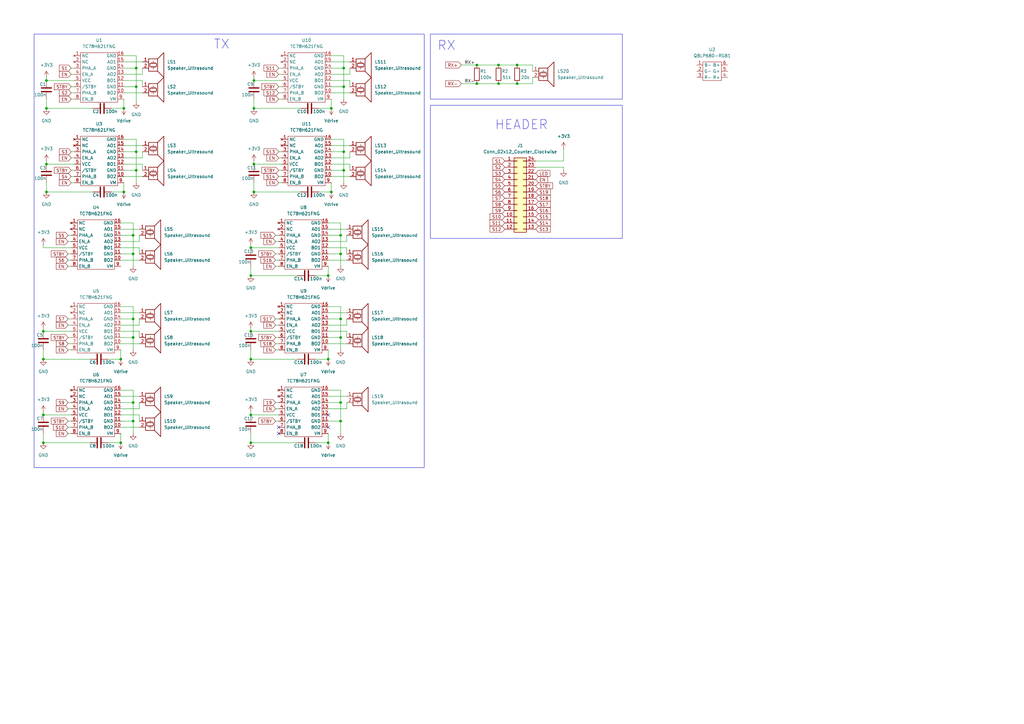
<source format=kicad_sch>
(kicad_sch (version 20250114) (generator "eeschema") (generator_version "9.0")
  (paper "A3")
  (lib_symbols
    (symbol "Connector_Generic:Conn_02x12_Counter_Clockwise" (pin_names (offset 1.016) (hide yes))
      (property "Reference" "J" (at 1.27 15.24 0))
      (property "Value" "Conn_02x12_Counter_Clockwise" (at 1.27 -17.78 0))
      (symbol "Conn_02x12_Counter_Clockwise_1_1"
        (pin passive line (at -5.08 12.7 0) (length 3.81) (name "Pin_1") (number "1"))
        (pin passive line (at -5.08 10.16 0) (length 3.81) (name "Pin_2") (number "2"))
        (pin passive line (at -5.08 7.62 0) (length 3.81) (name "Pin_3") (number "3"))
        (pin passive line (at -5.08 5.08 0) (length 3.81) (name "Pin_4") (number "4"))
        (pin passive line (at -5.08 2.54 0) (length 3.81) (name "Pin_5") (number "5"))
        (pin passive line (at -5.08 0 0) (length 3.81) (name "Pin_6") (number "6"))
        (pin passive line (at -5.08 -2.54 0) (length 3.81) (name "Pin_7") (number "7"))
        (pin passive line (at -5.08 -5.08 0) (length 3.81) (name "Pin_8") (number "8"))
        (pin passive line (at -5.08 -7.62 0) (length 3.81) (name "Pin_9") (number "9"))
        (pin passive line (at -5.08 -10.16 0) (length 3.81) (name "Pin_10") (number "10"))
        (pin passive line (at -5.08 -12.7 0) (length 3.81) (name "Pin_11") (number "11"))
        (pin passive line (at -5.08 -15.24 0) (length 3.81) (name "Pin_12") (number "12"))
        (pin passive line (at 7.62 12.7 180) (length 3.81) (name "Pin_24") (number "24"))
        (pin passive line (at 7.62 10.16 180) (length 3.81) (name "Pin_23") (number "23"))
        (pin passive line (at 7.62 7.62 180) (length 3.81) (name "Pin_22") (number "22"))
        (pin passive line (at 7.62 5.08 180) (length 3.81) (name "Pin_21") (number "21"))
        (pin passive line (at 7.62 2.54 180) (length 3.81) (name "Pin_20") (number "20"))
        (pin passive line (at 7.62 0 180) (length 3.81) (name "Pin_19") (number "19"))
        (pin passive line (at 7.62 -2.54 180) (length 3.81) (name "Pin_18") (number "18"))
        (pin passive line (at 7.62 -5.08 180) (length 3.81) (name "Pin_17") (number "17"))
        (pin passive line (at 7.62 -7.62 180) (length 3.81) (name "Pin_16") (number "16"))
        (pin passive line (at 7.62 -10.16 180) (length 3.81) (name "Pin_15") (number "15"))
        (pin passive line (at 7.62 -12.7 180) (length 3.81) (name "Pin_14") (number "14"))
        (pin passive line (at 7.62 -15.24 180) (length 3.81) (name "Pin_13") (number "13"))
      )
    )
    (symbol "Device:C" (pin_numbers (hide yes)) (pin_names (offset 0.254))
      (property "Reference" "C" (at 0.635 2.54 0))
      (property "Value" "C" (at 0.635 -2.54 0))
      (symbol "C_1_1"
        (pin passive line (at 0 3.81 270) (length 2.794) (name "~") (number "1"))
        (pin passive line (at 0 -3.81 90) (length 2.794) (name "~") (number "2"))
      )
    )
    (symbol "Device:R" (pin_numbers (hide yes)) (pin_names (offset 0))
      (property "Reference" "R" (at 2.032 0 90))
      (property "Value" "R" (at 0 0 90))
      (symbol "R_1_1"
        (pin passive line (at 0 3.81 270) (length 1.27) (name "~") (number "1"))
        (pin passive line (at 0 -3.81 90) (length 1.27) (name "~") (number "2"))
      )
    )
    (symbol "Device:Speaker_Ultrasound" (pin_names (offset 0) (hide yes))
      (property "Reference" "LS" (at 0.635 5.715 0))
      (property "Value" "Speaker_Ultrasound" (at 0.635 3.81 0))
      (symbol "Speaker_Ultrasound_1_1"
        (pin input line (at -5.08 0 0) (length 2.54) (name "1") (number "1"))
        (pin input line (at -5.08 -2.54 0) (length 2.54) (name "2") (number "2"))
      )
    )
    (symbol "power:+3V3" (power) (pin_numbers (hide yes)) (pin_names (offset 0) (hide yes))
      (property "Value" "+3V3" (at 0 3.556 0))
      (symbol "+3V3_1_1"
        (pin power_in line (at 0 0 90) (length 0) (name "~") (number "1"))
      )
    )
    (symbol "power:GND" (power) (pin_numbers (hide yes)) (pin_names (offset 0) (hide yes))
      (property "Value" "GND" (at 0 -3.81 0))
      (symbol "GND_1_1"
        (pin power_in line (at 0 0 270) (length 0) (name "~") (number "1"))
      )
    )
    (symbol "power:Vdrive" (power) (pin_numbers (hide yes)) (pin_names (offset 0) (hide yes))
      (property "Value" "Vdrive" (at 0 3.556 0))
      (symbol "Vdrive_1_1"
        (pin power_in line (at 0 0 90) (length 0) (name "~") (number "1"))
      )
    )
    (symbol "symbols:QBLP680-RGB1"
      (property "Reference" "U" (at -4.572 -1.016 0))
      (property "Value" "QBLP680-RGB1" (at 4.064 -1.016 0))
      (symbol "QBLP680-RGB1_1_1"
        (pin passive line (at -6.35 -3.81 0) (length 2.54) (name "B-") (number "1"))
        (pin passive line (at -6.35 -6.35 0) (length 2.54) (name "G-") (number "2"))
        (pin passive line (at -6.35 -8.89 0) (length 2.54) (name "R-") (number "3"))
        (pin passive line (at 6.35 -3.81 180) (length 2.54) (name "B+") (number "6"))
        (pin passive line (at 6.35 -6.35 180) (length 2.54) (name "G+") (number "5"))
        (pin passive line (at 6.35 -8.89 180) (length 2.54) (name "R+") (number "4"))
      )
    )
    (symbol "symbols:TC78H621FNG"
      (property "Reference" "U" (at -6.604 0 0))
      (property "Value" "TC78H621FNG" (at 1.016 0 0))
      (symbol "TC78H621FNG_1_1"
        (pin no_connect line (at -10.16 -2.54 0) (length 2.54) (name "NC") (number "1"))
        (pin no_connect line (at -10.16 -5.08 0) (length 2.54) (name "NC") (number "2"))
        (pin input line (at -10.16 -7.62 0) (length 2.54) (name "PHA_A") (number "3"))
        (pin input line (at -10.16 -10.16 0) (length 2.54) (name "EN_A") (number "4"))
        (pin power_in line (at -10.16 -12.7 0) (length 2.54) (name "VCC") (number "5"))
        (pin input line (at -10.16 -15.24 0) (length 2.54) (name "/STBY") (number "6"))
        (pin input line (at -10.16 -17.78 0) (length 2.54) (name "PHA_B") (number "7"))
        (pin input line (at -10.16 -20.32 0) (length 2.54) (name "EN_B") (number "8"))
        (pin power_in line (at 10.16 -2.54 180) (length 2.54) (name "GND") (number "16"))
        (pin output line (at 10.16 -5.08 180) (length 2.54) (name "AO1") (number "15"))
        (pin power_in line (at 10.16 -7.62 180) (length 2.54) (name "GND") (number "14"))
        (pin output line (at 10.16 -10.16 180) (length 2.54) (name "AO2") (number "13"))
        (pin output line (at 10.16 -12.7 180) (length 2.54) (name "BO1") (number "12"))
        (pin power_in line (at 10.16 -15.24 180) (length 2.54) (name "GND") (number "11"))
        (pin output line (at 10.16 -17.78 180) (length 2.54) (name "BO2") (number "10"))
        (pin power_in line (at 10.16 -20.32 180) (length 2.54) (name "VM") (number "9"))
      )
    )
  )
  (rectangle (start 176.53 43.18) (end 255.27 97.79))
  (rectangle (start 13.97 13.97) (end 173.99 191.77))
  (rectangle (start 176.53 13.97) (end 255.27 40.64))
  (text "RX" (at 183.134 18.796 0) (effects (font (size 3.81 3.81))))
  (text "TX" (at 90.932 18.288 0) (effects (font (size 3.81 3.81))))
  (text "HEADER" (at 213.868 51.308 0) (effects (font (size 3.81 3.81))))
  (junction (at 19.05 44.45))
  (junction (at 55.88 27.94))
  (junction (at 139.7 165.1))
  (junction (at 50.8 44.45))
  (junction (at 195.58 34.29))
  (junction (at 135.89 78.74))
  (junction (at 19.05 78.74))
  (junction (at 54.61 165.1))
  (junction (at 134.62 113.03))
  (junction (at 104.14 44.45))
  (junction (at 55.88 35.56))
  (junction (at 54.61 104.14))
  (junction (at 104.14 78.74))
  (junction (at 50.8 78.74))
  (junction (at 19.05 67.31))
  (junction (at 17.78 135.89))
  (junction (at 17.78 147.32))
  (junction (at 139.7 96.52))
  (junction (at 135.89 44.45))
  (junction (at 49.53 181.61))
  (junction (at 17.78 170.18))
  (junction (at 139.7 138.43))
  (junction (at 139.7 130.81))
  (junction (at 102.87 147.32))
  (junction (at 102.87 101.6))
  (junction (at 212.09 26.67))
  (junction (at 204.47 34.29))
  (junction (at 204.47 26.67))
  (junction (at 54.61 172.72))
  (junction (at 102.87 113.03))
  (junction (at 140.97 35.56))
  (junction (at 140.97 69.85))
  (junction (at 102.87 181.61))
  (junction (at 102.87 135.89))
  (junction (at 134.62 147.32))
  (junction (at 102.87 170.18))
  (junction (at 140.97 62.23))
  (junction (at 140.97 27.94))
  (junction (at 17.78 181.61))
  (junction (at 54.61 138.43))
  (junction (at 54.61 96.52))
  (junction (at 139.7 172.72))
  (junction (at 104.14 67.31))
  (junction (at 19.05 33.02))
  (junction (at 134.62 181.61))
  (junction (at 212.09 34.29))
  (junction (at 195.58 26.67))
  (junction (at 49.53 147.32))
  (junction (at 104.14 33.02))
  (junction (at 54.61 130.81))
  (junction (at 139.7 104.14))
  (junction (at 55.88 69.85))
  (junction (at 55.88 62.23))
  (no_connect (at 134.62 170.18))
  (no_connect (at 134.62 175.26))
  (no_connect (at 114.3 177.8))
  (no_connect (at 114.3 175.26))
  (wire (pts (xy 27.94 130.81) (xy 29.21 130.81)))
  (wire (pts (xy 17.78 168.91) (xy 17.78 170.18)))
  (wire (pts (xy 134.62 96.52) (xy 139.7 96.52)))
  (wire (pts (xy 19.05 33.02) (xy 30.48 33.02)))
  (wire (pts (xy 114.3 38.1) (xy 115.57 38.1)))
  (wire (pts (xy 114.3 40.64) (xy 115.57 40.64)))
  (wire (pts (xy 139.7 130.81) (xy 139.7 138.43)))
  (wire (pts (xy 27.94 165.1) (xy 29.21 165.1)))
  (wire (pts (xy 29.21 62.23) (xy 30.48 62.23)))
  (wire (pts (xy 212.09 26.67) (xy 218.44 26.67)))
  (wire (pts (xy 50.8 72.39) (xy 58.42 72.39)))
  (wire (pts (xy 114.3 27.94) (xy 115.57 27.94)))
  (wire (pts (xy 140.97 27.94) (xy 140.97 35.56)))
  (wire (pts (xy 17.78 147.32) (xy 36.83 147.32)))
  (wire (pts (xy 143.51 33.02) (xy 143.51 35.56)))
  (wire (pts (xy 231.14 60.96) (xy 231.14 66.04)))
  (wire (pts (xy 142.24 133.35) (xy 142.24 130.81)))
  (wire (pts (xy 49.53 177.8) (xy 49.53 181.61)))
  (wire (pts (xy 139.7 160.02) (xy 139.7 165.1)))
  (wire (pts (xy 104.14 66.04) (xy 104.14 67.31)))
  (wire (pts (xy 29.21 74.93) (xy 30.48 74.93)))
  (wire (pts (xy 29.21 30.48) (xy 30.48 30.48)))
  (wire (pts (xy 139.7 104.14) (xy 139.7 109.22)))
  (wire (pts (xy 19.05 44.45) (xy 38.1 44.45)))
  (wire (pts (xy 135.89 30.48) (xy 143.51 30.48)))
  (wire (pts (xy 54.61 104.14) (xy 54.61 109.22)))
  (wire (pts (xy 17.78 135.89) (xy 29.21 135.89)))
  (wire (pts (xy 204.47 34.29) (xy 212.09 34.29)))
  (wire (pts (xy 50.8 38.1) (xy 58.42 38.1)))
  (wire (pts (xy 17.78 134.62) (xy 17.78 135.89)))
  (wire (pts (xy 129.54 147.32) (xy 134.62 147.32)))
  (wire (pts (xy 49.53 128.27) (xy 57.15 128.27)))
  (wire (pts (xy 27.94 96.52) (xy 29.21 96.52)))
  (wire (pts (xy 134.62 135.89) (xy 142.24 135.89)))
  (wire (pts (xy 113.03 106.68) (xy 114.3 106.68)))
  (wire (pts (xy 134.62 101.6) (xy 142.24 101.6)))
  (wire (pts (xy 134.62 167.64) (xy 142.24 167.64)))
  (wire (pts (xy 49.53 96.52) (xy 54.61 96.52)))
  (wire (pts (xy 49.53 130.81) (xy 54.61 130.81)))
  (wire (pts (xy 114.3 72.39) (xy 115.57 72.39)))
  (wire (pts (xy 134.62 128.27) (xy 142.24 128.27)))
  (wire (pts (xy 135.89 25.4) (xy 143.51 25.4)))
  (wire (pts (xy 114.3 30.48) (xy 115.57 30.48)))
  (wire (pts (xy 49.53 135.89) (xy 57.15 135.89)))
  (wire (pts (xy 102.87 113.03) (xy 102.87 109.22)))
  (wire (pts (xy 29.21 72.39) (xy 30.48 72.39)))
  (wire (pts (xy 27.94 167.64) (xy 29.21 167.64)))
  (wire (pts (xy 102.87 170.18) (xy 114.3 170.18)))
  (wire (pts (xy 27.94 133.35) (xy 29.21 133.35)))
  (wire (pts (xy 50.8 30.48) (xy 58.42 30.48)))
  (wire (pts (xy 143.51 30.48) (xy 143.51 27.94)))
  (wire (pts (xy 17.78 181.61) (xy 17.78 177.8)))
  (wire (pts (xy 49.53 140.97) (xy 57.15 140.97)))
  (wire (pts (xy 134.62 177.8) (xy 134.62 181.61)))
  (wire (pts (xy 102.87 147.32) (xy 102.87 143.51)))
  (wire (pts (xy 54.61 130.81) (xy 54.61 138.43)))
  (wire (pts (xy 27.94 99.06) (xy 29.21 99.06)))
  (wire (pts (xy 58.42 30.48) (xy 58.42 27.94)))
  (wire (pts (xy 104.14 78.74) (xy 104.14 74.93)))
  (wire (pts (xy 29.21 35.56) (xy 30.48 35.56)))
  (wire (pts (xy 102.87 181.61) (xy 121.92 181.61)))
  (wire (pts (xy 139.7 165.1) (xy 139.7 172.72)))
  (wire (pts (xy 113.03 165.1) (xy 114.3 165.1)))
  (wire (pts (xy 49.53 101.6) (xy 57.15 101.6)))
  (wire (pts (xy 55.88 35.56) (xy 55.88 41.91)))
  (wire (pts (xy 29.21 38.1) (xy 30.48 38.1)))
  (wire (pts (xy 135.89 27.94) (xy 140.97 27.94)))
  (wire (pts (xy 54.61 160.02) (xy 54.61 165.1)))
  (wire (pts (xy 49.53 162.56) (xy 57.15 162.56)))
  (wire (pts (xy 49.53 175.26) (xy 57.15 175.26)))
  (wire (pts (xy 135.89 64.77) (xy 143.51 64.77)))
  (wire (pts (xy 129.54 181.61) (xy 134.62 181.61)))
  (wire (pts (xy 140.97 69.85) (xy 140.97 74.93)))
  (wire (pts (xy 142.24 101.6) (xy 142.24 104.14)))
  (wire (pts (xy 49.53 170.18) (xy 57.15 170.18)))
  (wire (pts (xy 113.03 109.22) (xy 114.3 109.22)))
  (wire (pts (xy 19.05 67.31) (xy 30.48 67.31)))
  (wire (pts (xy 135.89 69.85) (xy 140.97 69.85)))
  (wire (pts (xy 134.62 165.1) (xy 139.7 165.1)))
  (wire (pts (xy 139.7 138.43) (xy 139.7 143.51)))
  (wire (pts (xy 45.72 44.45) (xy 50.8 44.45)))
  (wire (pts (xy 134.62 125.73) (xy 139.7 125.73)))
  (wire (pts (xy 27.94 143.51) (xy 29.21 143.51)))
  (wire (pts (xy 102.87 168.91) (xy 102.87 170.18)))
  (wire (pts (xy 134.62 143.51) (xy 134.62 147.32)))
  (wire (pts (xy 113.03 140.97) (xy 114.3 140.97)))
  (wire (pts (xy 135.89 40.64) (xy 135.89 44.45)))
  (wire (pts (xy 49.53 104.14) (xy 54.61 104.14)))
  (wire (pts (xy 102.87 181.61) (xy 102.87 177.8)))
  (wire (pts (xy 58.42 33.02) (xy 58.42 35.56)))
  (wire (pts (xy 114.3 74.93) (xy 115.57 74.93)))
  (wire (pts (xy 44.45 181.61) (xy 49.53 181.61)))
  (wire (pts (xy 114.3 62.23) (xy 115.57 62.23)))
  (wire (pts (xy 57.15 167.64) (xy 57.15 165.1)))
  (wire (pts (xy 140.97 62.23) (xy 140.97 69.85)))
  (wire (pts (xy 49.53 160.02) (xy 54.61 160.02)))
  (wire (pts (xy 113.03 130.81) (xy 114.3 130.81)))
  (wire (pts (xy 54.61 172.72) (xy 54.61 177.8)))
  (wire (pts (xy 143.51 67.31) (xy 143.51 69.85)))
  (wire (pts (xy 140.97 57.15) (xy 140.97 62.23)))
  (wire (pts (xy 195.58 34.29) (xy 204.47 34.29)))
  (wire (pts (xy 19.05 44.45) (xy 19.05 40.64)))
  (wire (pts (xy 58.42 67.31) (xy 58.42 69.85)))
  (wire (pts (xy 54.61 96.52) (xy 54.61 104.14)))
  (wire (pts (xy 113.03 167.64) (xy 114.3 167.64)))
  (wire (pts (xy 29.21 27.94) (xy 30.48 27.94)))
  (wire (pts (xy 19.05 31.75) (xy 19.05 33.02)))
  (wire (pts (xy 29.21 64.77) (xy 30.48 64.77)))
  (wire (pts (xy 142.24 99.06) (xy 142.24 96.52)))
  (wire (pts (xy 135.89 57.15) (xy 140.97 57.15)))
  (wire (pts (xy 50.8 40.64) (xy 50.8 44.45)))
  (wire (pts (xy 27.94 140.97) (xy 29.21 140.97)))
  (wire (pts (xy 134.62 93.98) (xy 142.24 93.98)))
  (wire (pts (xy 129.54 113.03) (xy 134.62 113.03)))
  (wire (pts (xy 49.53 99.06) (xy 57.15 99.06)))
  (wire (pts (xy 142.24 167.64) (xy 142.24 165.1)))
  (wire (pts (xy 102.87 100.33) (xy 102.87 101.6)))
  (wire (pts (xy 45.72 78.74) (xy 50.8 78.74)))
  (wire (pts (xy 58.42 64.77) (xy 58.42 62.23)))
  (wire (pts (xy 17.78 100.33) (xy 17.78 101.6)))
  (wire (pts (xy 212.09 34.29) (xy 218.44 34.29)))
  (wire (pts (xy 140.97 35.56) (xy 140.97 40.64)))
  (wire (pts (xy 135.89 59.69) (xy 143.51 59.69)))
  (wire (pts (xy 55.88 57.15) (xy 55.88 62.23)))
  (wire (pts (xy 29.21 40.64) (xy 30.48 40.64)))
  (wire (pts (xy 50.8 22.86) (xy 55.88 22.86)))
  (wire (pts (xy 55.88 69.85) (xy 55.88 74.93)))
  (wire (pts (xy 130.81 44.45) (xy 135.89 44.45)))
  (wire (pts (xy 27.94 138.43) (xy 29.21 138.43)))
  (wire (pts (xy 55.88 62.23) (xy 55.88 69.85)))
  (wire (pts (xy 135.89 67.31) (xy 143.51 67.31)))
  (wire (pts (xy 50.8 27.94) (xy 55.88 27.94)))
  (wire (pts (xy 19.05 66.04) (xy 19.05 67.31)))
  (wire (pts (xy 231.14 66.04) (xy 219.71 66.04)))
  (wire (pts (xy 134.62 172.72) (xy 139.7 172.72)))
  (wire (pts (xy 44.45 147.32) (xy 49.53 147.32)))
  (wire (pts (xy 135.89 22.86) (xy 140.97 22.86)))
  (wire (pts (xy 50.8 74.93) (xy 50.8 78.74)))
  (wire (pts (xy 49.53 106.68) (xy 57.15 106.68)))
  (wire (pts (xy 57.15 135.89) (xy 57.15 138.43)))
  (wire (pts (xy 19.05 78.74) (xy 19.05 74.93)))
  (wire (pts (xy 29.21 69.85) (xy 30.48 69.85)))
  (wire (pts (xy 50.8 67.31) (xy 58.42 67.31)))
  (wire (pts (xy 143.51 64.77) (xy 143.51 62.23)))
  (wire (pts (xy 49.53 172.72) (xy 54.61 172.72)))
  (wire (pts (xy 17.78 181.61) (xy 36.83 181.61)))
  (wire (pts (xy 50.8 57.15) (xy 55.88 57.15)))
  (wire (pts (xy 17.78 147.32) (xy 17.78 143.51)))
  (wire (pts (xy 55.88 22.86) (xy 55.88 27.94)))
  (wire (pts (xy 104.14 67.31) (xy 115.57 67.31)))
  (wire (pts (xy 113.03 96.52) (xy 114.3 96.52)))
  (wire (pts (xy 19.05 78.74) (xy 38.1 78.74)))
  (wire (pts (xy 50.8 25.4) (xy 58.42 25.4)))
  (wire (pts (xy 55.88 27.94) (xy 55.88 35.56)))
  (wire (pts (xy 113.03 172.72) (xy 114.3 172.72)))
  (wire (pts (xy 114.3 64.77) (xy 115.57 64.77)))
  (wire (pts (xy 50.8 33.02) (xy 58.42 33.02)))
  (wire (pts (xy 27.94 109.22) (xy 29.21 109.22)))
  (wire (pts (xy 139.7 125.73) (xy 139.7 130.81)))
  (wire (pts (xy 49.53 167.64) (xy 57.15 167.64)))
  (wire (pts (xy 218.44 26.67) (xy 218.44 29.21)))
  (wire (pts (xy 54.61 138.43) (xy 54.61 143.51)))
  (wire (pts (xy 142.24 135.89) (xy 142.24 138.43)))
  (wire (pts (xy 49.53 165.1) (xy 54.61 165.1)))
  (wire (pts (xy 195.58 26.67) (xy 204.47 26.67)))
  (wire (pts (xy 27.94 175.26) (xy 29.21 175.26)))
  (wire (pts (xy 27.94 104.14) (xy 29.21 104.14)))
  (wire (pts (xy 134.62 138.43) (xy 139.7 138.43)))
  (wire (pts (xy 134.62 140.97) (xy 142.24 140.97)))
  (wire (pts (xy 50.8 64.77) (xy 58.42 64.77)))
  (wire (pts (xy 218.44 34.29) (xy 218.44 31.75)))
  (wire (pts (xy 204.47 26.67) (xy 212.09 26.67)))
  (wire (pts (xy 54.61 91.44) (xy 54.61 96.52)))
  (wire (pts (xy 135.89 35.56) (xy 140.97 35.56)))
  (wire (pts (xy 134.62 162.56) (xy 142.24 162.56)))
  (wire (pts (xy 57.15 170.18) (xy 57.15 172.72)))
  (wire (pts (xy 219.71 68.58) (xy 231.14 68.58)))
  (wire (pts (xy 135.89 62.23) (xy 140.97 62.23)))
  (wire (pts (xy 49.53 138.43) (xy 54.61 138.43)))
  (wire (pts (xy 189.23 34.29) (xy 195.58 34.29)))
  (wire (pts (xy 49.53 125.73) (xy 54.61 125.73)))
  (wire (pts (xy 113.03 133.35) (xy 114.3 133.35)))
  (wire (pts (xy 114.3 35.56) (xy 115.57 35.56)))
  (wire (pts (xy 17.78 170.18) (xy 29.21 170.18)))
  (wire (pts (xy 113.03 104.14) (xy 114.3 104.14)))
  (wire (pts (xy 49.53 91.44) (xy 54.61 91.44)))
  (wire (pts (xy 27.94 106.68) (xy 29.21 106.68)))
  (wire (pts (xy 134.62 106.68) (xy 142.24 106.68)))
  (wire (pts (xy 130.81 78.74) (xy 135.89 78.74)))
  (wire (pts (xy 104.14 44.45) (xy 123.19 44.45)))
  (wire (pts (xy 57.15 99.06) (xy 57.15 96.52)))
  (wire (pts (xy 134.62 109.22) (xy 134.62 113.03)))
  (wire (pts (xy 231.14 69.85) (xy 231.14 68.58)))
  (wire (pts (xy 139.7 91.44) (xy 139.7 96.52)))
  (wire (pts (xy 134.62 104.14) (xy 139.7 104.14)))
  (wire (pts (xy 57.15 133.35) (xy 57.15 130.81)))
  (wire (pts (xy 57.15 101.6) (xy 57.15 104.14)))
  (wire (pts (xy 113.03 99.06) (xy 114.3 99.06)))
  (wire (pts (xy 134.62 99.06) (xy 142.24 99.06)))
  (wire (pts (xy 134.62 91.44) (xy 139.7 91.44)))
  (wire (pts (xy 104.14 78.74) (xy 123.19 78.74)))
  (wire (pts (xy 135.89 38.1) (xy 143.51 38.1)))
  (wire (pts (xy 139.7 172.72) (xy 139.7 177.8)))
  (wire (pts (xy 139.7 96.52) (xy 139.7 104.14)))
  (wire (pts (xy 102.87 147.32) (xy 121.92 147.32)))
  (wire (pts (xy 54.61 165.1) (xy 54.61 172.72)))
  (wire (pts (xy 134.62 130.81) (xy 139.7 130.81)))
  (wire (pts (xy 102.87 135.89) (xy 114.3 135.89)))
  (wire (pts (xy 50.8 35.56) (xy 55.88 35.56)))
  (wire (pts (xy 54.61 125.73) (xy 54.61 130.81)))
  (wire (pts (xy 104.14 31.75) (xy 104.14 33.02)))
  (wire (pts (xy 102.87 101.6) (xy 114.3 101.6)))
  (wire (pts (xy 17.78 101.6) (xy 29.21 101.6)))
  (wire (pts (xy 135.89 72.39) (xy 143.51 72.39)))
  (wire (pts (xy 102.87 134.62) (xy 102.87 135.89)))
  (wire (pts (xy 104.14 33.02) (xy 115.57 33.02)))
  (wire (pts (xy 50.8 62.23) (xy 55.88 62.23)))
  (wire (pts (xy 189.23 26.67) (xy 195.58 26.67)))
  (wire (pts (xy 49.53 93.98) (xy 57.15 93.98)))
  (wire (pts (xy 50.8 69.85) (xy 55.88 69.85)))
  (wire (pts (xy 140.97 22.86) (xy 140.97 27.94)))
  (wire (pts (xy 114.3 69.85) (xy 115.57 69.85)))
  (wire (pts (xy 27.94 177.8) (xy 29.21 177.8)))
  (wire (pts (xy 113.03 143.51) (xy 114.3 143.51)))
  (wire (pts (xy 49.53 143.51) (xy 49.53 147.32)))
  (wire (pts (xy 49.53 133.35) (xy 57.15 133.35)))
  (wire (pts (xy 50.8 59.69) (xy 58.42 59.69)))
  (wire (pts (xy 135.89 33.02) (xy 143.51 33.02)))
  (wire (pts (xy 113.03 138.43) (xy 114.3 138.43)))
  (wire (pts (xy 104.14 44.45) (xy 104.14 40.64)))
  (wire (pts (xy 102.87 113.03) (xy 121.92 113.03)))
  (wire (pts (xy 27.94 172.72) (xy 29.21 172.72)))
  (wire (pts (xy 134.62 133.35) (xy 142.24 133.35)))
  (wire (pts (xy 135.89 74.93) (xy 135.89 78.74)))
  (wire (pts (xy 134.62 160.02) (xy 139.7 160.02)))
  (label "RX-" (at 190.5 34.29 0))
  (label "RX+" (at 190.5 26.67 0))
  (global_label "S5" (shape input) (at 27.94 96.52 180) (property "Intersheetrefs" "${INTERSHEET_REFS}" (effects (hide yes))))
  (global_label "RX-" (shape input) (at 189.23 34.29 180) (property "Intersheetrefs" "${INTERSHEET_REFS}" (effects (hide yes))))
  (global_label "S14" (shape input) (at 219.71 91.44 0) (property "Intersheetrefs" "${INTERSHEET_REFS}" (effects (hide yes))))
  (global_label "STBY" (shape input) (at 29.21 69.85 180) (property "Intersheetrefs" "${INTERSHEET_REFS}" (effects (hide yes))))
  (global_label "S15" (shape input) (at 219.71 88.9 0) (property "Intersheetrefs" "${INTERSHEET_REFS}" (effects (hide yes))))
  (global_label "S16" (shape input) (at 113.03 106.68 180) (property "Intersheetrefs" "${INTERSHEET_REFS}" (effects (hide yes))))
  (global_label "EN" (shape input) (at 27.94 167.64 180) (property "Intersheetrefs" "${INTERSHEET_REFS}" (effects (hide yes))))
  (global_label "STBY" (shape input) (at 113.03 138.43 180) (property "Intersheetrefs" "${INTERSHEET_REFS}" (effects (hide yes))))
  (global_label "STBY" (shape input) (at 114.3 69.85 180) (property "Intersheetrefs" "${INTERSHEET_REFS}" (effects (hide yes))))
  (global_label "STBY" (shape input) (at 27.94 172.72 180) (property "Intersheetrefs" "${INTERSHEET_REFS}" (effects (hide yes))))
  (global_label "EN" (shape input) (at 113.03 143.51 180) (property "Intersheetrefs" "${INTERSHEET_REFS}" (effects (hide yes))))
  (global_label "S12" (shape input) (at 207.01 93.98 180) (property "Intersheetrefs" "${INTERSHEET_REFS}" (effects (hide yes))))
  (global_label "EN" (shape input) (at 27.94 109.22 180) (property "Intersheetrefs" "${INTERSHEET_REFS}" (effects (hide yes))))
  (global_label "S11" (shape input) (at 207.01 91.44 180) (property "Intersheetrefs" "${INTERSHEET_REFS}" (effects (hide yes))))
  (global_label "S13" (shape input) (at 114.3 62.23 180) (property "Intersheetrefs" "${INTERSHEET_REFS}" (effects (hide yes))))
  (global_label "S4" (shape input) (at 207.01 73.66 180) (property "Intersheetrefs" "${INTERSHEET_REFS}" (effects (hide yes))))
  (global_label "EN" (shape input) (at 27.94 99.06 180) (property "Intersheetrefs" "${INTERSHEET_REFS}" (effects (hide yes))))
  (global_label "S2" (shape input) (at 207.01 68.58 180) (property "Intersheetrefs" "${INTERSHEET_REFS}" (effects (hide yes))))
  (global_label "S19" (shape input) (at 219.71 78.74 0) (property "Intersheetrefs" "${INTERSHEET_REFS}" (effects (hide yes))))
  (global_label "EN" (shape input) (at 113.03 167.64 180) (property "Intersheetrefs" "${INTERSHEET_REFS}" (effects (hide yes))))
  (global_label "EN" (shape input) (at 219.71 73.66 0) (property "Intersheetrefs" "${INTERSHEET_REFS}" (effects (hide yes))))
  (global_label "EN" (shape input) (at 113.03 109.22 180) (property "Intersheetrefs" "${INTERSHEET_REFS}" (effects (hide yes))))
  (global_label "EN" (shape input) (at 114.3 30.48 180) (property "Intersheetrefs" "${INTERSHEET_REFS}" (effects (hide yes))))
  (global_label "S14" (shape input) (at 114.3 72.39 180) (property "Intersheetrefs" "${INTERSHEET_REFS}" (effects (hide yes))))
  (global_label "S1" (shape input) (at 207.01 66.04 180) (property "Intersheetrefs" "${INTERSHEET_REFS}" (effects (hide yes))))
  (global_label "S2" (shape input) (at 29.21 38.1 180) (property "Intersheetrefs" "${INTERSHEET_REFS}" (effects (hide yes))))
  (global_label "S6" (shape input) (at 27.94 106.68 180) (property "Intersheetrefs" "${INTERSHEET_REFS}" (effects (hide yes))))
  (global_label "EN" (shape input) (at 113.03 133.35 180) (property "Intersheetrefs" "${INTERSHEET_REFS}" (effects (hide yes))))
  (global_label "RX+" (shape input) (at 189.23 26.67 180) (property "Intersheetrefs" "${INTERSHEET_REFS}" (effects (hide yes))))
  (global_label "S12" (shape input) (at 114.3 38.1 180) (property "Intersheetrefs" "${INTERSHEET_REFS}" (effects (hide yes))))
  (global_label "S11" (shape input) (at 114.3 27.94 180) (property "Intersheetrefs" "${INTERSHEET_REFS}" (effects (hide yes))))
  (global_label "S17" (shape input) (at 219.71 83.82 0) (property "Intersheetrefs" "${INTERSHEET_REFS}" (effects (hide yes))))
  (global_label "S7" (shape input) (at 207.01 81.28 180) (property "Intersheetrefs" "${INTERSHEET_REFS}" (effects (hide yes))))
  (global_label "S10" (shape input) (at 207.01 88.9 180) (property "Intersheetrefs" "${INTERSHEET_REFS}" (effects (hide yes))))
  (global_label "EN" (shape input) (at 29.21 40.64 180) (property "Intersheetrefs" "${INTERSHEET_REFS}" (effects (hide yes))))
  (global_label "EN" (shape input) (at 29.21 64.77 180) (property "Intersheetrefs" "${INTERSHEET_REFS}" (effects (hide yes))))
  (global_label "EN" (shape input) (at 114.3 40.64 180) (property "Intersheetrefs" "${INTERSHEET_REFS}" (effects (hide yes))))
  (global_label "EN" (shape input) (at 114.3 64.77 180) (property "Intersheetrefs" "${INTERSHEET_REFS}" (effects (hide yes))))
  (global_label "S18" (shape input) (at 219.71 81.28 0) (property "Intersheetrefs" "${INTERSHEET_REFS}" (effects (hide yes))))
  (global_label "S7" (shape input) (at 27.94 130.81 180) (property "Intersheetrefs" "${INTERSHEET_REFS}" (effects (hide yes))))
  (global_label "S3" (shape input) (at 207.01 71.12 180) (property "Intersheetrefs" "${INTERSHEET_REFS}" (effects (hide yes))))
  (global_label "S8" (shape input) (at 27.94 140.97 180) (property "Intersheetrefs" "${INTERSHEET_REFS}" (effects (hide yes))))
  (global_label "STBY" (shape input) (at 114.3 35.56 180) (property "Intersheetrefs" "${INTERSHEET_REFS}" (effects (hide yes))))
  (global_label "S5" (shape input) (at 207.01 76.2 180) (property "Intersheetrefs" "${INTERSHEET_REFS}" (effects (hide yes))))
  (global_label "EN" (shape input) (at 29.21 74.93 180) (property "Intersheetrefs" "${INTERSHEET_REFS}" (effects (hide yes))))
  (global_label "S16" (shape input) (at 219.71 86.36 0) (property "Intersheetrefs" "${INTERSHEET_REFS}" (effects (hide yes))))
  (global_label "S15" (shape input) (at 113.03 96.52 180) (property "Intersheetrefs" "${INTERSHEET_REFS}" (effects (hide yes))))
  (global_label "STBY" (shape input) (at 29.21 35.56 180) (property "Intersheetrefs" "${INTERSHEET_REFS}" (effects (hide yes))))
  (global_label "S9" (shape input) (at 207.01 86.36 180) (property "Intersheetrefs" "${INTERSHEET_REFS}" (effects (hide yes))))
  (global_label "EN" (shape input) (at 27.94 133.35 180) (property "Intersheetrefs" "${INTERSHEET_REFS}" (effects (hide yes))))
  (global_label "EN" (shape input) (at 114.3 74.93 180) (property "Intersheetrefs" "${INTERSHEET_REFS}" (effects (hide yes))))
  (global_label "S13" (shape input) (at 219.71 93.98 0) (property "Intersheetrefs" "${INTERSHEET_REFS}" (effects (hide yes))))
  (global_label "EN" (shape input) (at 113.03 99.06 180) (property "Intersheetrefs" "${INTERSHEET_REFS}" (effects (hide yes))))
  (global_label "STBY" (shape input) (at 27.94 104.14 180) (property "Intersheetrefs" "${INTERSHEET_REFS}" (effects (hide yes))))
  (global_label "S1" (shape input) (at 29.21 27.94 180) (property "Intersheetrefs" "${INTERSHEET_REFS}" (effects (hide yes))))
  (global_label "STBY" (shape input) (at 219.71 76.2 0) (property "Intersheetrefs" "${INTERSHEET_REFS}" (effects (hide yes))))
  (global_label "S8" (shape input) (at 207.01 83.82 180) (property "Intersheetrefs" "${INTERSHEET_REFS}" (effects (hide yes))))
  (global_label "EN" (shape input) (at 29.21 30.48 180) (property "Intersheetrefs" "${INTERSHEET_REFS}" (effects (hide yes))))
  (global_label "STBY" (shape input) (at 27.94 138.43 180) (property "Intersheetrefs" "${INTERSHEET_REFS}" (effects (hide yes))))
  (global_label "S4" (shape input) (at 29.21 72.39 180) (property "Intersheetrefs" "${INTERSHEET_REFS}" (effects (hide yes))))
  (global_label "S18" (shape input) (at 113.03 140.97 180) (property "Intersheetrefs" "${INTERSHEET_REFS}" (effects (hide yes))))
  (global_label "S9" (shape input) (at 27.94 165.1 180) (property "Intersheetrefs" "${INTERSHEET_REFS}" (effects (hide yes))))
  (global_label "S17" (shape input) (at 113.03 130.81 180) (property "Intersheetrefs" "${INTERSHEET_REFS}" (effects (hide yes))))
  (global_label "19" (shape input) (at 113.03 165.1 180) (property "Intersheetrefs" "${INTERSHEET_REFS}" (effects (hide yes))))
  (global_label "S3" (shape input) (at 29.21 62.23 180) (property "Intersheetrefs" "${INTERSHEET_REFS}" (effects (hide yes))))
  (global_label "S6" (shape input) (at 207.01 78.74 180) (property "Intersheetrefs" "${INTERSHEET_REFS}" (effects (hide yes))))
  (global_label "STBY" (shape input) (at 113.03 172.72 180) (property "Intersheetrefs" "${INTERSHEET_REFS}" (effects (hide yes))))
  (global_label "EN" (shape input) (at 27.94 143.51 180) (property "Intersheetrefs" "${INTERSHEET_REFS}" (effects (hide yes))))
  (global_label "LED" (shape input) (at 219.71 71.12 0) (property "Intersheetrefs" "${INTERSHEET_REFS}" (effects (hide yes))))
  (global_label "STBY" (shape input) (at 113.03 104.14 180) (property "Intersheetrefs" "${INTERSHEET_REFS}" (effects (hide yes))))
  (global_label "EN" (shape input) (at 27.94 177.8 180) (property "Intersheetrefs" "${INTERSHEET_REFS}" (effects (hide yes))))
  (global_label "S10" (shape input) (at 27.94 175.26 180) (property "Intersheetrefs" "${INTERSHEET_REFS}" (effects (hide yes))))
  (symbol (lib_id "power:Vdrive") (at 134.62 147.32 180) (unit 1)
    (property "Reference" "#PWR023" (effects (hide yes)))
    (property "Value" "Vdrive" (at 134.62 152.4 0))
    (property "Description" "Power symbol creates a global label with name \"Vdrive\"" (effects (hide yes)))
  )
  (symbol (lib_id "power:Vdrive") (at 135.89 44.45 180) (unit 1)
    (property "Reference" "#PWR014" (effects (hide yes)))
    (property "Value" "Vdrive" (at 135.89 49.53 0))
    (property "Description" "Power symbol creates a global label with name \"Vdrive\"" (effects (hide yes)))
  )
  (symbol (lib_id "Device:C") (at 127 44.45 90) (unit 1)
    (property "Reference" "C10" (at 125.73 45.72 90) (effects (justify left)))
    (property "Value" "100n" (at 133.35 45.72 90) (effects (justify left)))
    (property "Description" "Unpolarized capacitor" (effects (hide yes)))
  )
  (symbol (lib_id "Device:Speaker_Ultrasound") (at 148.59 25.4 0) (unit 1)
    (property "Reference" "LS11" (at 153.67 25.3999 0) (effects (justify left)))
    (property "Value" "Speaker_Ultrasound" (at 153.67 27.9399 0) (effects (justify left)))
    (property "Footprint" "footprints:CUSA-T80-15-2400-TH" (effects (hide yes)))
    (property "Description" "Ultrasonic transducer" (effects (hide yes)))
  )
  (symbol (lib_id "power:+3V3") (at 104.14 31.75 0) (unit 1)
    (property "Reference" "#PWR019" (effects (hide yes)))
    (property "Value" "+3V3" (at 104.14 26.67 0))
    (property "Description" "Power symbol creates a global label with name \"+3V3\"" (effects (hide yes)))
  )
  (symbol (lib_id "Device:C") (at 127 78.74 90) (unit 1)
    (property "Reference" "C12" (at 125.73 80.01 90) (effects (justify left)))
    (property "Value" "100n" (at 133.35 80.01 90) (effects (justify left)))
    (property "Description" "Unpolarized capacitor" (effects (hide yes)))
  )
  (symbol (lib_id "symbols:TC78H621FNG") (at 124.46 157.48 0) (unit 1)
    (property "Reference" "U7" (at 124.46 153.67 0))
    (property "Value" "TC78H621FNG" (at 124.46 156.21 0))
    (property "Footprint" "Package_SO:TSSOP-16_4.4x5mm_P0.65mm" (effects (hide yes)))
  )
  (symbol (lib_id "Device:Speaker_Ultrasound") (at 147.32 93.98 0) (unit 1)
    (property "Reference" "LS15" (at 152.4 93.9799 0) (effects (justify left)))
    (property "Value" "Speaker_Ultrasound" (at 152.4 96.5199 0) (effects (justify left)))
    (property "Footprint" "footprints:CUSA-T80-15-2400-TH" (effects (hide yes)))
    (property "Description" "Ultrasonic transducer" (effects (hide yes)))
  )
  (symbol (lib_id "power:GND") (at 139.7 109.22 0) (unit 1)
    (property "Reference" "#PWR027" (effects (hide yes)))
    (property "Value" "GND" (at 139.7 114.3 0))
    (property "Description" "Power symbol creates a global label with name \"GND\" , ground" (effects (hide yes)))
  )
  (symbol (lib_id "Device:R") (at 204.47 30.48 0) (unit 1)
    (property "Reference" "R2" (at 205.74 29.21 0) (effects (justify left)))
    (property "Value" "51k" (at 205.994 31.75 0) (effects (justify left)))
    (property "Description" "Resistor" (effects (hide yes)))
  )
  (symbol (lib_id "Device:C") (at 104.14 71.12 0) (unit 1)
    (property "Reference" "C11" (at 101.346 68.834 0) (effects (justify left)))
    (property "Value" "100n" (at 99.06 73.152 0) (effects (justify left)))
    (property "Description" "Unpolarized capacitor" (effects (hide yes)))
  )
  (symbol (lib_id "power:Vdrive") (at 50.8 78.74 180) (unit 1)
    (property "Reference" "#PWR05" (effects (hide yes)))
    (property "Value" "Vdrive" (at 50.8 83.82 0))
    (property "Description" "Power symbol creates a global label with name \"Vdrive\"" (effects (hide yes)))
  )
  (symbol (lib_id "symbols:TC78H621FNG") (at 125.73 54.61 0) (unit 1)
    (property "Reference" "U11" (at 125.73 50.8 0))
    (property "Value" "TC78H621FNG" (at 125.73 53.34 0))
    (property "Footprint" "Package_SO:TSSOP-16_4.4x5mm_P0.65mm" (effects (hide yes)))
  )
  (symbol (lib_id "power:GND") (at 17.78 181.61 0) (unit 1)
    (property "Reference" "#PWR034" (effects (hide yes)))
    (property "Value" "GND" (at 17.78 186.69 0))
    (property "Description" "Power symbol creates a global label with name \"GND\" , ground" (effects (hide yes)))
  )
  (symbol (lib_id "power:Vdrive") (at 134.62 113.03 180) (unit 1)
    (property "Reference" "#PWR022" (effects (hide yes)))
    (property "Value" "Vdrive" (at 134.62 118.11 0))
    (property "Description" "Power symbol creates a global label with name \"Vdrive\"" (effects (hide yes)))
  )
  (symbol (lib_id "power:+3V3") (at 17.78 168.91 0) (unit 1)
    (property "Reference" "#PWR013" (effects (hide yes)))
    (property "Value" "+3V3" (at 17.78 163.83 0))
    (property "Description" "Power symbol creates a global label with name \"+3V3\"" (effects (hide yes)))
  )
  (symbol (lib_id "Device:Speaker_Ultrasound") (at 148.59 69.85 0) (unit 1)
    (property "Reference" "LS14" (at 153.67 69.8499 0) (effects (justify left)))
    (property "Value" "Speaker_Ultrasound" (at 153.67 72.3899 0) (effects (justify left)))
    (property "Footprint" "footprints:CUSA-T80-15-2400-TH" (effects (hide yes)))
    (property "Description" "Ultrasonic transducer" (effects (hide yes)))
  )
  (symbol (lib_id "power:Vdrive") (at 50.8 44.45 180) (unit 1)
    (property "Reference" "#PWR02" (effects (hide yes)))
    (property "Value" "Vdrive" (at 50.8 49.53 0))
    (property "Description" "Power symbol creates a global label with name \"Vdrive\"" (effects (hide yes)))
  )
  (symbol (lib_id "Device:C") (at 19.05 71.12 0) (unit 1)
    (property "Reference" "C3" (at 16.256 68.834 0) (effects (justify left)))
    (property "Value" "100n" (at 13.97 73.152 0) (effects (justify left)))
    (property "Description" "Unpolarized capacitor" (effects (hide yes)))
  )
  (symbol (lib_id "power:GND") (at 54.61 109.22 0) (unit 1)
    (property "Reference" "#PWR09" (effects (hide yes)))
    (property "Value" "GND" (at 54.61 114.3 0))
    (property "Description" "Power symbol creates a global label with name \"GND\" , ground" (effects (hide yes)))
  )
  (symbol (lib_id "power:GND") (at 102.87 113.03 0) (unit 1)
    (property "Reference" "#PWR037" (effects (hide yes)))
    (property "Value" "GND" (at 102.87 118.11 0))
    (property "Description" "Power symbol creates a global label with name \"GND\" , ground" (effects (hide yes)))
  )
  (symbol (lib_id "Device:C") (at 40.64 181.61 90) (unit 1)
    (property "Reference" "C8" (at 39.37 182.88 90) (effects (justify left)))
    (property "Value" "100n" (at 46.99 182.88 90) (effects (justify left)))
    (property "Description" "Unpolarized capacitor" (effects (hide yes)))
  )
  (symbol (lib_id "power:GND") (at 102.87 181.61 0) (unit 1)
    (property "Reference" "#PWR039" (effects (hide yes)))
    (property "Value" "GND" (at 102.87 186.69 0))
    (property "Description" "Power symbol creates a global label with name \"GND\" , ground" (effects (hide yes)))
  )
  (symbol (lib_id "power:+3V3") (at 17.78 100.33 0) (unit 1)
    (property "Reference" "#PWR07" (effects (hide yes)))
    (property "Value" "+3V3" (at 17.78 95.25 0))
    (property "Description" "Power symbol creates a global label with name \"+3V3\"" (effects (hide yes)))
  )
  (symbol (lib_id "power:+3V3") (at 19.05 66.04 0) (unit 1)
    (property "Reference" "#PWR04" (effects (hide yes)))
    (property "Value" "+3V3" (at 19.05 60.96 0))
    (property "Description" "Power symbol creates a global label with name \"+3V3\"" (effects (hide yes)))
  )
  (symbol (lib_id "Device:C") (at 40.64 147.32 90) (unit 1)
    (property "Reference" "C6" (at 39.37 148.59 90) (effects (justify left)))
    (property "Value" "100n" (at 46.99 148.59 90) (effects (justify left)))
    (property "Description" "Unpolarized capacitor" (effects (hide yes)))
  )
  (symbol (lib_id "power:Vdrive") (at 49.53 147.32 180) (unit 1)
    (property "Reference" "#PWR08" (effects (hide yes)))
    (property "Value" "Vdrive" (at 49.53 152.4 0))
    (property "Description" "Power symbol creates a global label with name \"Vdrive\"" (effects (hide yes)))
  )
  (symbol (lib_id "Device:Speaker_Ultrasound") (at 147.32 162.56 0) (unit 1)
    (property "Reference" "LS19" (at 152.4 162.5599 0) (effects (justify left)))
    (property "Value" "Speaker_Ultrasound" (at 152.4 165.0999 0) (effects (justify left)))
    (property "Footprint" "footprints:CUSA-T80-15-2400-TH" (effects (hide yes)))
    (property "Description" "Ultrasonic transducer" (effects (hide yes)))
  )
  (symbol (lib_id "Device:Speaker_Ultrasound") (at 62.23 162.56 0) (unit 1)
    (property "Reference" "LS9" (at 67.31 162.5599 0) (effects (justify left)))
    (property "Value" "Speaker_Ultrasound" (at 67.31 165.0999 0) (effects (justify left)))
    (property "Footprint" "footprints:CUSA-T80-15-2400-TH" (effects (hide yes)))
    (property "Description" "Ultrasonic transducer" (effects (hide yes)))
  )
  (symbol (lib_id "Device:C") (at 102.87 173.99 0) (unit 1)
    (property "Reference" "C17" (at 100.076 171.704 0) (effects (justify left)))
    (property "Value" "100n" (at 97.79 176.022 0) (effects (justify left)))
    (property "Description" "Unpolarized capacitor" (effects (hide yes)))
  )
  (symbol (lib_id "power:GND") (at 19.05 78.74 0) (unit 1)
    (property "Reference" "#PWR032" (effects (hide yes)))
    (property "Value" "GND" (at 19.05 83.82 0))
    (property "Description" "Power symbol creates a global label with name \"GND\" , ground" (effects (hide yes)))
  )
  (symbol (lib_id "power:GND") (at 102.87 147.32 0) (unit 1)
    (property "Reference" "#PWR038" (effects (hide yes)))
    (property "Value" "GND" (at 102.87 152.4 0))
    (property "Description" "Power symbol creates a global label with name \"GND\" , ground" (effects (hide yes)))
  )
  (symbol (lib_id "symbols:TC78H621FNG") (at 39.37 123.19 0) (unit 1)
    (property "Reference" "U5" (at 39.37 119.38 0))
    (property "Value" "TC78H621FNG" (at 39.37 121.92 0))
    (property "Footprint" "Package_SO:TSSOP-16_4.4x5mm_P0.65mm" (effects (hide yes)))
  )
  (symbol (lib_id "power:+3V3") (at 17.78 134.62 0) (unit 1)
    (property "Reference" "#PWR010" (effects (hide yes)))
    (property "Value" "+3V3" (at 17.78 129.54 0))
    (property "Description" "Power symbol creates a global label with name \"+3V3\"" (effects (hide yes)))
  )
  (symbol (lib_id "power:GND") (at 104.14 78.74 0) (unit 1)
    (property "Reference" "#PWR036" (effects (hide yes)))
    (property "Value" "GND" (at 104.14 83.82 0))
    (property "Description" "Power symbol creates a global label with name \"GND\" , ground" (effects (hide yes)))
  )
  (symbol (lib_id "power:GND") (at 140.97 40.64 0) (unit 1)
    (property "Reference" "#PWR029" (effects (hide yes)))
    (property "Value" "GND" (at 140.97 45.72 0))
    (property "Description" "Power symbol creates a global label with name \"GND\" , ground" (effects (hide yes)))
  )
  (symbol (lib_id "Device:C") (at 102.87 105.41 0) (unit 1)
    (property "Reference" "C13" (at 100.076 103.124 0) (effects (justify left)))
    (property "Value" "100n" (at 97.79 107.442 0) (effects (justify left)))
    (property "Description" "Unpolarized capacitor" (effects (hide yes)))
  )
  (symbol (lib_id "Device:Speaker_Ultrasound") (at 62.23 172.72 0) (unit 1)
    (property "Reference" "LS10" (at 67.31 172.7199 0) (effects (justify left)))
    (property "Value" "Speaker_Ultrasound" (at 67.31 175.2599 0) (effects (justify left)))
    (property "Footprint" "footprints:CUSA-T80-15-2400-TH" (effects (hide yes)))
    (property "Description" "Ultrasonic transducer" (effects (hide yes)))
  )
  (symbol (lib_id "Device:R") (at 212.09 30.48 0) (unit 1)
    (property "Reference" "R3" (at 213.36 29.21 0) (effects (justify left)))
    (property "Value" "20k" (at 213.614 31.75 0) (effects (justify left)))
    (property "Description" "Resistor" (effects (hide yes)))
  )
  (symbol (lib_id "Device:C") (at 17.78 173.99 0) (unit 1)
    (property "Reference" "C7" (at 14.986 171.704 0) (effects (justify left)))
    (property "Value" "100n" (at 12.7 176.022 0) (effects (justify left)))
    (property "Description" "Unpolarized capacitor" (effects (hide yes)))
  )
  (symbol (lib_id "power:GND") (at 231.14 69.85 0) (unit 1)
    (property "Reference" "#PWR040" (effects (hide yes)))
    (property "Value" "GND" (at 231.14 74.93 0))
    (property "Description" "Power symbol creates a global label with name \"GND\" , ground" (effects (hide yes)))
  )
  (symbol (lib_id "power:Vdrive") (at 135.89 78.74 180) (unit 1)
    (property "Reference" "#PWR021" (effects (hide yes)))
    (property "Value" "Vdrive" (at 135.89 83.82 0))
    (property "Description" "Power symbol creates a global label with name \"Vdrive\"" (effects (hide yes)))
  )
  (symbol (lib_id "power:GND") (at 17.78 147.32 0) (unit 1)
    (property "Reference" "#PWR033" (effects (hide yes)))
    (property "Value" "GND" (at 17.78 152.4 0))
    (property "Description" "Power symbol creates a global label with name \"GND\" , ground" (effects (hide yes)))
  )
  (symbol (lib_id "power:GND") (at 54.61 177.8 0) (unit 1)
    (property "Reference" "#PWR015" (effects (hide yes)))
    (property "Value" "GND" (at 54.61 182.88 0))
    (property "Description" "Power symbol creates a global label with name \"GND\" , ground" (effects (hide yes)))
  )
  (symbol (lib_id "power:GND") (at 104.14 44.45 0) (unit 1)
    (property "Reference" "#PWR035" (effects (hide yes)))
    (property "Value" "GND" (at 104.14 49.53 0))
    (property "Description" "Power symbol creates a global label with name \"GND\" , ground" (effects (hide yes)))
  )
  (symbol (lib_id "Device:Speaker_Ultrasound") (at 62.23 138.43 0) (unit 1)
    (property "Reference" "LS8" (at 67.31 138.4299 0) (effects (justify left)))
    (property "Value" "Speaker_Ultrasound" (at 67.31 140.9699 0) (effects (justify left)))
    (property "Footprint" "footprints:CUSA-T80-15-2400-TH" (effects (hide yes)))
    (property "Description" "Ultrasonic transducer" (effects (hide yes)))
  )
  (symbol (lib_id "Device:R") (at 195.58 30.48 0) (unit 1)
    (property "Reference" "R1" (at 196.85 29.21 0) (effects (justify left)))
    (property "Value" "100k" (at 196.85 31.75 0) (effects (justify left)))
    (property "Description" "Resistor" (effects (hide yes)))
  )
  (symbol (lib_id "power:+3V3") (at 102.87 134.62 0) (unit 1)
    (property "Reference" "#PWR018" (effects (hide yes)))
    (property "Value" "+3V3" (at 102.87 129.54 0))
    (property "Description" "Power symbol creates a global label with name \"+3V3\"" (effects (hide yes)))
  )
  (symbol (lib_id "power:+3V3") (at 104.14 66.04 0) (unit 1)
    (property "Reference" "#PWR020" (effects (hide yes)))
    (property "Value" "+3V3" (at 104.14 60.96 0))
    (property "Description" "Power symbol creates a global label with name \"+3V3\"" (effects (hide yes)))
  )
  (symbol (lib_id "symbols:TC78H621FNG") (at 125.73 20.32 0) (unit 1)
    (property "Reference" "U10" (at 125.73 16.51 0))
    (property "Value" "TC78H621FNG" (at 125.73 19.05 0))
    (property "Footprint" "Package_SO:TSSOP-16_4.4x5mm_P0.65mm" (effects (hide yes)))
  )
  (symbol (lib_id "power:+3V3") (at 19.05 31.75 0) (unit 1)
    (property "Reference" "#PWR03" (effects (hide yes)))
    (property "Value" "+3V3" (at 19.05 26.67 0))
    (property "Description" "Power symbol creates a global label with name \"+3V3\"" (effects (hide yes)))
  )
  (symbol (lib_id "power:+3V3") (at 102.87 100.33 0) (unit 1)
    (property "Reference" "#PWR017" (effects (hide yes)))
    (property "Value" "+3V3" (at 102.87 95.25 0))
    (property "Description" "Power symbol creates a global label with name \"+3V3\"" (effects (hide yes)))
  )
  (symbol (lib_id "Device:Speaker_Ultrasound") (at 148.59 59.69 0) (unit 1)
    (property "Reference" "LS13" (at 153.67 59.6899 0) (effects (justify left)))
    (property "Value" "Speaker_Ultrasound" (at 153.67 62.2299 0) (effects (justify left)))
    (property "Footprint" "footprints:CUSA-T80-15-2400-TH" (effects (hide yes)))
    (property "Description" "Ultrasonic transducer" (effects (hide yes)))
  )
  (symbol (lib_id "symbols:TC78H621FNG") (at 124.46 88.9 0) (unit 1)
    (property "Reference" "U8" (at 124.46 85.09 0))
    (property "Value" "TC78H621FNG" (at 124.46 87.63 0))
    (property "Footprint" "Package_SO:TSSOP-16_4.4x5mm_P0.65mm" (effects (hide yes)))
  )
  (symbol (lib_id "Device:C") (at 41.91 78.74 90) (unit 1)
    (property "Reference" "C4" (at 40.64 80.01 90) (effects (justify left)))
    (property "Value" "100n" (at 48.26 80.01 90) (effects (justify left)))
    (property "Description" "Unpolarized capacitor" (effects (hide yes)))
  )
  (symbol (lib_id "Connector_Generic:Conn_02x12_Counter_Clockwise") (at 212.09 78.74 0) (unit 1)
    (property "Reference" "J1" (at 213.36 59.69 0))
    (property "Value" "Conn_02x12_Counter_Clockwise" (at 213.36 62.23 0))
    (property "Description" "Generic connector, double row, 02x12, counter clockwise pin numbering scheme (similar to DIP package numbering), script generated (kicad-library-utils/schlib/autogen/connector/)" (effects (hide yes)))
  )
  (symbol (lib_id "Device:Speaker_Ultrasound") (at 147.32 128.27 0) (unit 1)
    (property "Reference" "LS17" (at 152.4 128.2699 0) (effects (justify left)))
    (property "Value" "Speaker_Ultrasound" (at 152.4 130.8099 0) (effects (justify left)))
    (property "Footprint" "footprints:CUSA-T80-15-2400-TH" (effects (hide yes)))
    (property "Description" "Ultrasonic transducer" (effects (hide yes)))
  )
  (symbol (lib_id "power:GND") (at 54.61 143.51 0) (unit 1)
    (property "Reference" "#PWR012" (effects (hide yes)))
    (property "Value" "GND" (at 54.61 148.59 0))
    (property "Description" "Power symbol creates a global label with name \"GND\" , ground" (effects (hide yes)))
  )
  (symbol (lib_id "Device:C") (at 41.91 44.45 90) (unit 1)
    (property "Reference" "C2" (at 40.64 45.72 90) (effects (justify left)))
    (property "Value" "100n" (at 48.26 45.72 90) (effects (justify left)))
    (property "Description" "Unpolarized capacitor" (effects (hide yes)))
  )
  (symbol (lib_id "Device:Speaker_Ultrasound") (at 63.5 59.69 0) (unit 1)
    (property "Reference" "LS3" (at 68.58 59.6899 0) (effects (justify left)))
    (property "Value" "Speaker_Ultrasound" (at 68.58 62.2299 0) (effects (justify left)))
    (property "Footprint" "footprints:CUSA-T80-15-2400-TH" (effects (hide yes)))
    (property "Description" "Ultrasonic transducer" (effects (hide yes)))
  )
  (symbol (lib_id "power:GND") (at 19.05 44.45 0) (unit 1)
    (property "Reference" "#PWR031" (effects (hide yes)))
    (property "Value" "GND" (at 19.05 49.53 0))
    (property "Description" "Power symbol creates a global label with name \"GND\" , ground" (effects (hide yes)))
  )
  (symbol (lib_id "power:+3V3") (at 231.14 60.96 0) (unit 1)
    (property "Reference" "#PWR025" (effects (hide yes)))
    (property "Value" "+3V3" (at 231.14 55.88 0))
    (property "Description" "Power symbol creates a global label with name \"+3V3\"" (effects (hide yes)))
  )
  (symbol (lib_id "Device:C") (at 104.14 36.83 0) (unit 1)
    (property "Reference" "C9" (at 101.346 34.544 0) (effects (justify left)))
    (property "Value" "100n" (at 99.06 38.862 0) (effects (justify left)))
    (property "Description" "Unpolarized capacitor" (effects (hide yes)))
  )
  (symbol (lib_id "power:GND") (at 139.7 143.51 0) (unit 1)
    (property "Reference" "#PWR028" (effects (hide yes)))
    (property "Value" "GND" (at 139.7 148.59 0))
    (property "Description" "Power symbol creates a global label with name \"GND\" , ground" (effects (hide yes)))
  )
  (symbol (lib_id "Device:Speaker_Ultrasound") (at 147.32 104.14 0) (unit 1)
    (property "Reference" "LS16" (at 152.4 104.1399 0) (effects (justify left)))
    (property "Value" "Speaker_Ultrasound" (at 152.4 106.6799 0) (effects (justify left)))
    (property "Footprint" "footprints:CUSA-T80-15-2400-TH" (effects (hide yes)))
    (property "Description" "Ultrasonic transducer" (effects (hide yes)))
  )
  (symbol (lib_id "power:Vdrive") (at 134.62 181.61 180) (unit 1)
    (property "Reference" "#PWR024" (effects (hide yes)))
    (property "Value" "Vdrive" (at 134.62 186.69 0))
    (property "Description" "Power symbol creates a global label with name \"Vdrive\"" (effects (hide yes)))
  )
  (symbol (lib_id "Device:C") (at 102.87 139.7 0) (unit 1)
    (property "Reference" "C15" (at 100.076 137.414 0) (effects (justify left)))
    (property "Value" "100n" (at 97.79 141.732 0) (effects (justify left)))
    (property "Description" "Unpolarized capacitor" (effects (hide yes)))
  )
  (symbol (lib_id "power:GND") (at 139.7 177.8 0) (unit 1)
    (property "Reference" "#PWR026" (effects (hide yes)))
    (property "Value" "GND" (at 139.7 182.88 0))
    (property "Description" "Power symbol creates a global label with name \"GND\" , ground" (effects (hide yes)))
  )
  (symbol (lib_id "symbols:TC78H621FNG") (at 124.46 123.19 0) (unit 1)
    (property "Reference" "U9" (at 124.46 119.38 0))
    (property "Value" "TC78H621FNG" (at 124.46 121.92 0))
    (property "Footprint" "Package_SO:TSSOP-16_4.4x5mm_P0.65mm" (effects (hide yes)))
  )
  (symbol (lib_id "Device:Speaker_Ultrasound") (at 62.23 104.14 0) (unit 1)
    (property "Reference" "LS6" (at 67.31 104.1399 0) (effects (justify left)))
    (property "Value" "Speaker_Ultrasound" (at 67.31 106.6799 0) (effects (justify left)))
    (property "Footprint" "footprints:CUSA-T80-15-2400-TH" (effects (hide yes)))
    (property "Description" "Ultrasonic transducer" (effects (hide yes)))
  )
  (symbol (lib_id "power:GND") (at 55.88 41.91 0) (unit 1)
    (property "Reference" "#PWR01" (effects (hide yes)))
    (property "Value" "GND" (at 55.88 46.99 0))
    (property "Description" "Power symbol creates a global label with name \"GND\" , ground" (effects (hide yes)))
  )
  (symbol (lib_id "Device:Speaker_Ultrasound") (at 62.23 128.27 0) (unit 1)
    (property "Reference" "LS7" (at 67.31 128.2699 0) (effects (justify left)))
    (property "Value" "Speaker_Ultrasound" (at 67.31 130.8099 0) (effects (justify left)))
    (property "Footprint" "footprints:CUSA-T80-15-2400-TH" (effects (hide yes)))
    (property "Description" "Ultrasonic transducer" (effects (hide yes)))
  )
  (symbol (lib_id "power:Vdrive") (at 49.53 181.61 180) (unit 1)
    (property "Reference" "#PWR011" (effects (hide yes)))
    (property "Value" "Vdrive" (at 49.53 186.69 0))
    (property "Description" "Power symbol creates a global label with name \"Vdrive\"" (effects (hide yes)))
  )
  (symbol (lib_id "Device:C") (at 19.05 36.83 0) (unit 1)
    (property "Reference" "C1" (at 16.256 34.544 0) (effects (justify left)))
    (property "Value" "100n" (at 13.97 38.862 0) (effects (justify left)))
    (property "Description" "Unpolarized capacitor" (effects (hide yes)))
  )
  (symbol (lib_id "Device:C") (at 125.73 147.32 90) (unit 1)
    (property "Reference" "C16" (at 124.46 148.59 90) (effects (justify left)))
    (property "Value" "100n" (at 132.08 148.59 90) (effects (justify left)))
    (property "Description" "Unpolarized capacitor" (effects (hide yes)))
  )
  (symbol (lib_id "symbols:TC78H621FNG") (at 39.37 157.48 0) (unit 1)
    (property "Reference" "U6" (at 39.37 153.67 0))
    (property "Value" "TC78H621FNG" (at 39.37 156.21 0))
    (property "Footprint" "Package_SO:TSSOP-16_4.4x5mm_P0.65mm" (effects (hide yes)))
  )
  (symbol (lib_id "symbols:TC78H621FNG") (at 40.64 20.32 0) (unit 1)
    (property "Reference" "U1" (at 40.64 16.51 0))
    (property "Value" "TC78H621FNG" (at 40.64 19.05 0))
    (property "Footprint" "Package_SO:TSSOP-16_4.4x5mm_P0.65mm" (effects (hide yes)))
  )
  (symbol (lib_id "Device:Speaker_Ultrasound") (at 62.23 93.98 0) (unit 1)
    (property "Reference" "LS5" (at 67.31 93.9799 0) (effects (justify left)))
    (property "Value" "Speaker_Ultrasound" (at 67.31 96.5199 0) (effects (justify left)))
    (property "Footprint" "footprints:CUSA-T80-15-2400-TH" (effects (hide yes)))
    (property "Description" "Ultrasonic transducer" (effects (hide yes)))
  )
  (symbol (lib_id "power:GND") (at 140.97 74.93 0) (unit 1)
    (property "Reference" "#PWR030" (effects (hide yes)))
    (property "Value" "GND" (at 140.97 80.01 0))
    (property "Description" "Power symbol creates a global label with name \"GND\" , ground" (effects (hide yes)))
  )
  (symbol (lib_id "Device:Speaker_Ultrasound") (at 223.52 29.21 0) (unit 1)
    (property "Reference" "LS20" (at 228.6 29.2099 0) (effects (justify left)))
    (property "Value" "Speaker_Ultrasound" (at 228.6 31.7499 0) (effects (justify left)))
    (property "Footprint" "footprints:MCUSR16A39S12RO" (effects (hide yes)))
    (property "Description" "Ultrasonic transducer" (effects (hide yes)))
  )
  (symbol (lib_id "Device:Speaker_Ultrasound") (at 63.5 69.85 0) (unit 1)
    (property "Reference" "LS4" (at 68.58 69.8499 0) (effects (justify left)))
    (property "Value" "Speaker_Ultrasound" (at 68.58 72.3899 0) (effects (justify left)))
    (property "Footprint" "footprints:CUSA-T80-15-2400-TH" (effects (hide yes)))
    (property "Description" "Ultrasonic transducer" (effects (hide yes)))
  )
  (symbol (lib_id "symbols:TC78H621FNG") (at 40.64 54.61 0) (unit 1)
    (property "Reference" "U3" (at 40.64 50.8 0))
    (property "Value" "TC78H621FNG" (at 40.64 53.34 0))
    (property "Footprint" "Package_SO:TSSOP-16_4.4x5mm_P0.65mm" (effects (hide yes)))
  )
  (symbol (lib_id "Device:C") (at 125.73 181.61 90) (unit 1)
    (property "Reference" "C18" (at 124.46 182.88 90) (effects (justify left)))
    (property "Value" "100n" (at 132.08 182.88 90) (effects (justify left)))
    (property "Description" "Unpolarized capacitor" (effects (hide yes)))
  )
  (symbol (lib_id "Device:C") (at 125.73 113.03 90) (unit 1)
    (property "Reference" "C14" (at 124.46 114.3 90) (effects (justify left)))
    (property "Value" "100n" (at 132.08 114.3 90) (effects (justify left)))
    (property "Description" "Unpolarized capacitor" (effects (hide yes)))
  )
  (symbol (lib_id "power:+3V3") (at 102.87 168.91 0) (unit 1)
    (property "Reference" "#PWR016" (effects (hide yes)))
    (property "Value" "+3V3" (at 102.87 163.83 0))
    (property "Description" "Power symbol creates a global label with name \"+3V3\"" (effects (hide yes)))
  )
  (symbol (lib_id "symbols:QBLP680-RGB1") (at 292.1 22.86 0) (unit 1)
    (property "Reference" "U2" (at 292.1 20.32 0))
    (property "Value" "QBLP680-RGB1" (at 292.1 22.86 0))
    (property "Footprint" "footprints:QBLP680-RGB1" (effects (hide yes)))
  )
  (symbol (lib_id "Device:Speaker_Ultrasound") (at 63.5 35.56 0) (unit 1)
    (property "Reference" "LS2" (at 68.58 35.5599 0) (effects (justify left)))
    (property "Value" "Speaker_Ultrasound" (at 68.58 38.0999 0) (effects (justify left)))
    (property "Footprint" "footprints:CUSA-T80-15-2400-TH" (effects (hide yes)))
    (property "Description" "Ultrasonic transducer" (effects (hide yes)))
  )
  (symbol (lib_id "Device:Speaker_Ultrasound") (at 147.32 138.43 0) (unit 1)
    (property "Reference" "LS18" (at 152.4 138.4299 0) (effects (justify left)))
    (property "Value" "Speaker_Ultrasound" (at 152.4 140.9699 0) (effects (justify left)))
    (property "Footprint" "footprints:CUSA-T80-15-2400-TH" (effects (hide yes)))
    (property "Description" "Ultrasonic transducer" (effects (hide yes)))
  )
  (symbol (lib_id "Device:Speaker_Ultrasound") (at 148.59 35.56 0) (unit 1)
    (property "Reference" "LS12" (at 153.67 35.5599 0) (effects (justify left)))
    (property "Value" "Speaker_Ultrasound" (at 153.67 38.0999 0) (effects (justify left)))
    (property "Footprint" "footprints:CUSA-T80-15-2400-TH" (effects (hide yes)))
    (property "Description" "Ultrasonic transducer" (effects (hide yes)))
  )
  (symbol (lib_id "Device:C") (at 17.78 139.7 0) (unit 1)
    (property "Reference" "C5" (at 14.986 137.414 0) (effects (justify left)))
    (property "Value" "100n" (at 12.7 141.732 0) (effects (justify left)))
    (property "Description" "Unpolarized capacitor" (effects (hide yes)))
  )
  (symbol (lib_id "Device:Speaker_Ultrasound") (at 63.5 25.4 0) (unit 1)
    (property "Reference" "LS1" (at 68.58 25.3999 0) (effects (justify left)))
    (property "Value" "Speaker_Ultrasound" (at 68.58 27.9399 0) (effects (justify left)))
    (property "Footprint" "footprints:CUSA-T80-15-2400-TH" (effects (hide yes)))
    (property "Description" "Ultrasonic transducer" (effects (hide yes)))
  )
  (symbol (lib_id "symbols:TC78H621FNG") (at 39.37 88.9 0) (unit 1)
    (property "Reference" "U4" (at 39.37 85.09 0))
    (property "Value" "TC78H621FNG" (at 39.37 87.63 0))
    (property "Footprint" "Package_SO:TSSOP-16_4.4x5mm_P0.65mm" (effects (hide yes)))
  )
  (symbol (lib_id "power:GND") (at 55.88 74.93 0) (unit 1)
    (property "Reference" "#PWR06" (effects (hide yes)))
    (property "Value" "GND" (at 55.88 80.01 0))
    (property "Description" "Power symbol creates a global label with name \"GND\" , ground" (effects (hide yes)))
  )
)
</source>
